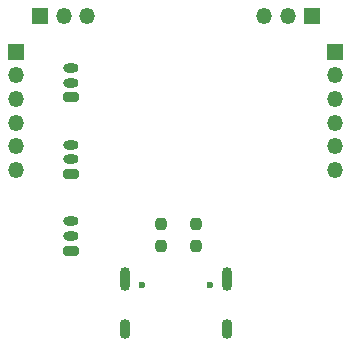
<source format=gbs>
G04 #@! TF.GenerationSoftware,KiCad,Pcbnew,8.0.8-8.0.8-0~ubuntu24.04.1*
G04 #@! TF.CreationDate,2025-01-27T21:39:09+01:00*
G04 #@! TF.ProjectId,KICad_Files,4b494361-645f-4466-996c-65732e6b6963,1*
G04 #@! TF.SameCoordinates,Original*
G04 #@! TF.FileFunction,Soldermask,Bot*
G04 #@! TF.FilePolarity,Negative*
%FSLAX46Y46*%
G04 Gerber Fmt 4.6, Leading zero omitted, Abs format (unit mm)*
G04 Created by KiCad (PCBNEW 8.0.8-8.0.8-0~ubuntu24.04.1) date 2025-01-27 21:39:09*
%MOMM*%
%LPD*%
G01*
G04 APERTURE LIST*
G04 Aperture macros list*
%AMRoundRect*
0 Rectangle with rounded corners*
0 $1 Rounding radius*
0 $2 $3 $4 $5 $6 $7 $8 $9 X,Y pos of 4 corners*
0 Add a 4 corners polygon primitive as box body*
4,1,4,$2,$3,$4,$5,$6,$7,$8,$9,$2,$3,0*
0 Add four circle primitives for the rounded corners*
1,1,$1+$1,$2,$3*
1,1,$1+$1,$4,$5*
1,1,$1+$1,$6,$7*
1,1,$1+$1,$8,$9*
0 Add four rect primitives between the rounded corners*
20,1,$1+$1,$2,$3,$4,$5,0*
20,1,$1+$1,$4,$5,$6,$7,0*
20,1,$1+$1,$6,$7,$8,$9,0*
20,1,$1+$1,$8,$9,$2,$3,0*%
G04 Aperture macros list end*
%ADD10R,1.350000X1.350000*%
%ADD11O,1.350000X1.350000*%
%ADD12RoundRect,0.200000X0.450000X-0.200000X0.450000X0.200000X-0.450000X0.200000X-0.450000X-0.200000X0*%
%ADD13O,1.300000X0.800000*%
%ADD14C,0.600000*%
%ADD15O,0.900000X2.000000*%
%ADD16O,0.900000X1.700000*%
%ADD17RoundRect,0.237500X-0.237500X0.250000X-0.237500X-0.250000X0.237500X-0.250000X0.237500X0.250000X0*%
G04 APERTURE END LIST*
D10*
X120300001Y-88900001D03*
D11*
X120300001Y-90900001D03*
X120300001Y-92900001D03*
X120300001Y-94900001D03*
X120300001Y-96900001D03*
X120300001Y-98900001D03*
D12*
X97950001Y-105750001D03*
D13*
X97950001Y-104500001D03*
X97950001Y-103250001D03*
D10*
X95300001Y-85900001D03*
D11*
X97300001Y-85900001D03*
X99300001Y-85900001D03*
D14*
X103910001Y-108650001D03*
X109690001Y-108650001D03*
D15*
X102480001Y-108170001D03*
D16*
X102480001Y-112340001D03*
D15*
X111120001Y-108170001D03*
D16*
X111120001Y-112340001D03*
D10*
X118300001Y-85900001D03*
D11*
X116300001Y-85900001D03*
X114300001Y-85900001D03*
D12*
X97950001Y-99250001D03*
D13*
X97950001Y-98000001D03*
X97950001Y-96750001D03*
D10*
X93300001Y-88900001D03*
D11*
X93300001Y-90900001D03*
X93300001Y-92900001D03*
X93300001Y-94900001D03*
X93300001Y-96900001D03*
X93300001Y-98900001D03*
D12*
X97950001Y-92750001D03*
D13*
X97950001Y-91500001D03*
X97950001Y-90250001D03*
D17*
X105575001Y-103475001D03*
X105575001Y-105300001D03*
X108550001Y-103487501D03*
X108550001Y-105312501D03*
M02*

</source>
